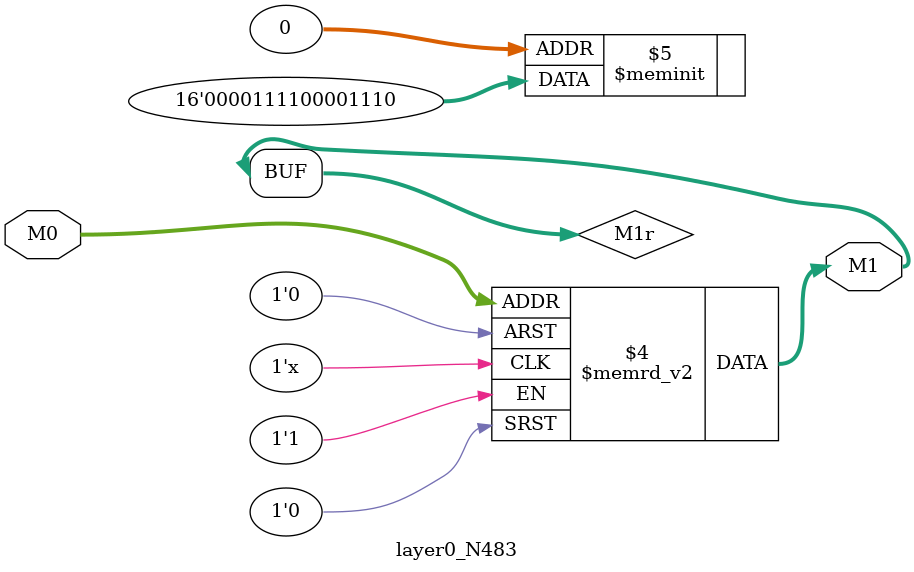
<source format=v>
module layer0_N483 ( input [2:0] M0, output [1:0] M1 );

	(*rom_style = "distributed" *) reg [1:0] M1r;
	assign M1 = M1r;
	always @ (M0) begin
		case (M0)
			3'b000: M1r = 2'b10;
			3'b100: M1r = 2'b11;
			3'b010: M1r = 2'b00;
			3'b110: M1r = 2'b00;
			3'b001: M1r = 2'b11;
			3'b101: M1r = 2'b11;
			3'b011: M1r = 2'b00;
			3'b111: M1r = 2'b00;

		endcase
	end
endmodule

</source>
